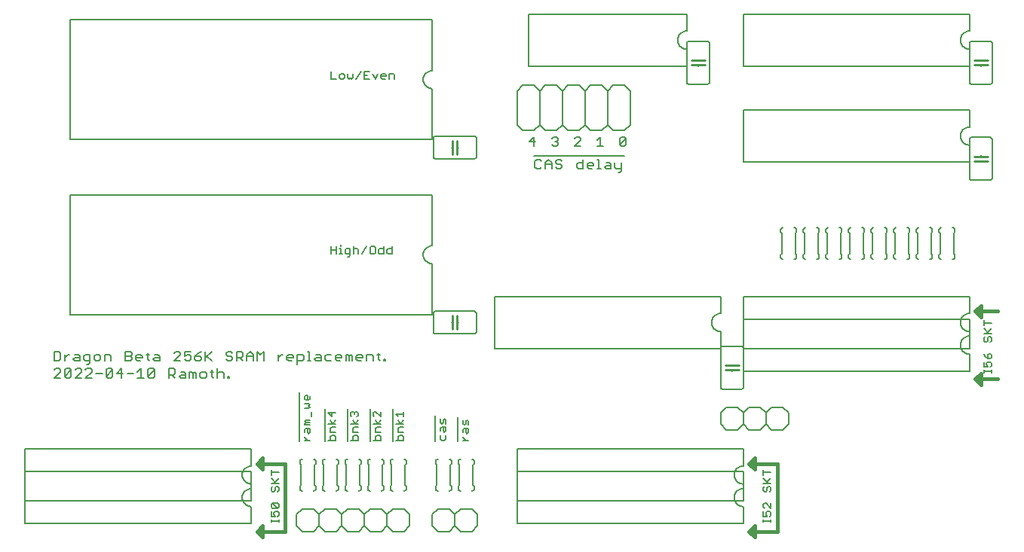
<source format=gto>
G75*
%MOIN*%
%OFA0B0*%
%FSLAX24Y24*%
%IPPOS*%
%LPD*%
%AMOC8*
5,1,8,0,0,1.08239X$1,22.5*
%
%ADD10C,0.0060*%
%ADD11C,0.0160*%
%ADD12C,0.0080*%
%ADD13C,0.0100*%
D10*
X000350Y001450D02*
X000350Y003750D01*
X010350Y003750D01*
X010350Y003000D01*
X010350Y003200D02*
X010350Y002450D01*
X000350Y002450D01*
X000350Y004750D01*
X010350Y004750D01*
X010350Y004000D01*
X010311Y003998D01*
X010272Y003992D01*
X010234Y003983D01*
X010197Y003970D01*
X010161Y003953D01*
X010128Y003933D01*
X010096Y003909D01*
X010067Y003883D01*
X010041Y003854D01*
X010017Y003822D01*
X009997Y003789D01*
X009980Y003753D01*
X009967Y003716D01*
X009958Y003678D01*
X009952Y003639D01*
X009950Y003600D01*
X009952Y003561D01*
X009958Y003522D01*
X009967Y003484D01*
X009980Y003447D01*
X009997Y003411D01*
X010017Y003378D01*
X010041Y003346D01*
X010067Y003317D01*
X010096Y003291D01*
X010128Y003267D01*
X010161Y003247D01*
X010197Y003230D01*
X010234Y003217D01*
X010272Y003208D01*
X010311Y003202D01*
X010350Y003200D01*
X010350Y003000D02*
X010311Y002998D01*
X010272Y002992D01*
X010234Y002983D01*
X010197Y002970D01*
X010161Y002953D01*
X010128Y002933D01*
X010096Y002909D01*
X010067Y002883D01*
X010041Y002854D01*
X010017Y002822D01*
X009997Y002789D01*
X009980Y002753D01*
X009967Y002716D01*
X009958Y002678D01*
X009952Y002639D01*
X009950Y002600D01*
X009952Y002561D01*
X009958Y002522D01*
X009967Y002484D01*
X009980Y002447D01*
X009997Y002411D01*
X010017Y002378D01*
X010041Y002346D01*
X010067Y002317D01*
X010096Y002291D01*
X010128Y002267D01*
X010161Y002247D01*
X010197Y002230D01*
X010234Y002217D01*
X010272Y002208D01*
X010311Y002202D01*
X010350Y002200D01*
X010350Y001450D01*
X000350Y001450D01*
X011230Y001505D02*
X011230Y001618D01*
X011230Y001562D02*
X011570Y001562D01*
X011570Y001618D02*
X011570Y001505D01*
X011513Y001751D02*
X011570Y001807D01*
X011570Y001921D01*
X011513Y001977D01*
X011400Y001977D01*
X011343Y001921D01*
X011343Y001864D01*
X011400Y001751D01*
X011230Y001751D01*
X011230Y001977D01*
X011286Y002119D02*
X011230Y002176D01*
X011230Y002289D01*
X011286Y002346D01*
X011513Y002119D01*
X011570Y002176D01*
X011570Y002289D01*
X011513Y002346D01*
X011286Y002346D01*
X011286Y002119D02*
X011513Y002119D01*
X012350Y001850D02*
X012600Y002100D01*
X013100Y002100D01*
X013350Y001850D01*
X013350Y001350D01*
X013100Y001100D01*
X012600Y001100D01*
X012350Y001350D01*
X012350Y001850D01*
X013350Y001850D02*
X013350Y001350D01*
X013600Y001100D01*
X014100Y001100D01*
X014350Y001350D01*
X014600Y001100D01*
X015100Y001100D01*
X015350Y001350D01*
X015350Y001850D01*
X015100Y002100D01*
X014600Y002100D01*
X014350Y001850D01*
X014350Y001350D01*
X014350Y001850D02*
X014100Y002100D01*
X013600Y002100D01*
X013350Y001850D01*
X015350Y001850D02*
X015600Y002100D01*
X016100Y002100D01*
X016350Y001850D01*
X016600Y002100D01*
X017100Y002100D01*
X017350Y001850D01*
X017350Y001350D01*
X017100Y001100D01*
X016600Y001100D01*
X016350Y001350D01*
X016100Y001100D01*
X015600Y001100D01*
X015350Y001350D01*
X016350Y001350D02*
X016350Y001850D01*
X018350Y001850D02*
X018350Y001350D01*
X018600Y001100D01*
X019100Y001100D01*
X019350Y001350D01*
X019350Y001850D01*
X019100Y002100D01*
X018600Y002100D01*
X018350Y001850D01*
X019350Y001850D02*
X019600Y002100D01*
X020100Y002100D01*
X020350Y001850D01*
X020350Y001350D01*
X020100Y001100D01*
X019600Y001100D01*
X019350Y001350D01*
X019200Y003000D02*
X019200Y003100D01*
X019150Y003150D01*
X019150Y004050D01*
X019200Y004100D01*
X019200Y004200D01*
X019198Y004217D01*
X019194Y004234D01*
X019187Y004250D01*
X019177Y004264D01*
X019164Y004277D01*
X019150Y004287D01*
X019134Y004294D01*
X019117Y004298D01*
X019100Y004300D01*
X019500Y004200D02*
X019500Y004100D01*
X019550Y004050D01*
X019550Y003150D01*
X019500Y003100D01*
X019500Y003000D01*
X019502Y002983D01*
X019506Y002966D01*
X019513Y002950D01*
X019523Y002936D01*
X019536Y002923D01*
X019550Y002913D01*
X019566Y002906D01*
X019583Y002902D01*
X019600Y002900D01*
X019200Y003000D02*
X019198Y002983D01*
X019194Y002966D01*
X019187Y002950D01*
X019177Y002936D01*
X019164Y002923D01*
X019150Y002913D01*
X019134Y002906D01*
X019117Y002902D01*
X019100Y002900D01*
X018600Y002900D02*
X018583Y002902D01*
X018566Y002906D01*
X018550Y002913D01*
X018536Y002923D01*
X018523Y002936D01*
X018513Y002950D01*
X018506Y002966D01*
X018502Y002983D01*
X018500Y003000D01*
X018500Y003100D01*
X018550Y003150D01*
X018550Y004050D01*
X018500Y004100D01*
X018500Y004200D01*
X018502Y004217D01*
X018506Y004234D01*
X018513Y004250D01*
X018523Y004264D01*
X018536Y004277D01*
X018550Y004287D01*
X018566Y004294D01*
X018583Y004298D01*
X018600Y004300D01*
X019500Y004200D02*
X019502Y004217D01*
X019506Y004234D01*
X019513Y004250D01*
X019523Y004264D01*
X019536Y004277D01*
X019550Y004287D01*
X019566Y004294D01*
X019583Y004298D01*
X019600Y004300D01*
X020100Y004300D02*
X020117Y004298D01*
X020134Y004294D01*
X020150Y004287D01*
X020164Y004277D01*
X020177Y004264D01*
X020187Y004250D01*
X020194Y004234D01*
X020198Y004217D01*
X020200Y004200D01*
X020200Y004100D01*
X020150Y004050D01*
X020150Y003150D01*
X020200Y003100D01*
X020200Y003000D01*
X020198Y002983D01*
X020194Y002966D01*
X020187Y002950D01*
X020177Y002936D01*
X020164Y002923D01*
X020150Y002913D01*
X020134Y002906D01*
X020117Y002902D01*
X020100Y002900D01*
X022100Y002450D02*
X022100Y004750D01*
X032100Y004750D01*
X032100Y004000D01*
X032100Y003750D02*
X032100Y003000D01*
X032100Y003200D02*
X032100Y002450D01*
X022100Y002450D01*
X022100Y001450D02*
X022100Y003750D01*
X032100Y003750D01*
X032100Y004000D02*
X032061Y003998D01*
X032022Y003992D01*
X031984Y003983D01*
X031947Y003970D01*
X031911Y003953D01*
X031878Y003933D01*
X031846Y003909D01*
X031817Y003883D01*
X031791Y003854D01*
X031767Y003822D01*
X031747Y003789D01*
X031730Y003753D01*
X031717Y003716D01*
X031708Y003678D01*
X031702Y003639D01*
X031700Y003600D01*
X031702Y003561D01*
X031708Y003522D01*
X031717Y003484D01*
X031730Y003447D01*
X031747Y003411D01*
X031767Y003378D01*
X031791Y003346D01*
X031817Y003317D01*
X031846Y003291D01*
X031878Y003267D01*
X031911Y003247D01*
X031947Y003230D01*
X031984Y003217D01*
X032022Y003208D01*
X032061Y003202D01*
X032100Y003200D01*
X032100Y003000D02*
X032061Y002998D01*
X032022Y002992D01*
X031984Y002983D01*
X031947Y002970D01*
X031911Y002953D01*
X031878Y002933D01*
X031846Y002909D01*
X031817Y002883D01*
X031791Y002854D01*
X031767Y002822D01*
X031747Y002789D01*
X031730Y002753D01*
X031717Y002716D01*
X031708Y002678D01*
X031702Y002639D01*
X031700Y002600D01*
X031702Y002561D01*
X031708Y002522D01*
X031717Y002484D01*
X031730Y002447D01*
X031747Y002411D01*
X031767Y002378D01*
X031791Y002346D01*
X031817Y002317D01*
X031846Y002291D01*
X031878Y002267D01*
X031911Y002247D01*
X031947Y002230D01*
X031984Y002217D01*
X032022Y002208D01*
X032061Y002202D01*
X032100Y002200D01*
X032100Y001450D01*
X022100Y001450D01*
X017200Y003000D02*
X017200Y003100D01*
X017150Y003150D01*
X017150Y004050D01*
X017200Y004100D01*
X017200Y004200D01*
X017198Y004217D01*
X017194Y004234D01*
X017187Y004250D01*
X017177Y004264D01*
X017164Y004277D01*
X017150Y004287D01*
X017134Y004294D01*
X017117Y004298D01*
X017100Y004300D01*
X016600Y004300D02*
X016583Y004298D01*
X016566Y004294D01*
X016550Y004287D01*
X016536Y004277D01*
X016523Y004264D01*
X016513Y004250D01*
X016506Y004234D01*
X016502Y004217D01*
X016500Y004200D01*
X016500Y004100D01*
X016550Y004050D01*
X016550Y003150D01*
X016500Y003100D01*
X016500Y003000D01*
X016502Y002983D01*
X016506Y002966D01*
X016513Y002950D01*
X016523Y002936D01*
X016536Y002923D01*
X016550Y002913D01*
X016566Y002906D01*
X016583Y002902D01*
X016600Y002900D01*
X016200Y003000D02*
X016200Y003100D01*
X016150Y003150D01*
X016150Y004050D01*
X016200Y004100D01*
X016200Y004200D01*
X016198Y004217D01*
X016194Y004234D01*
X016187Y004250D01*
X016177Y004264D01*
X016164Y004277D01*
X016150Y004287D01*
X016134Y004294D01*
X016117Y004298D01*
X016100Y004300D01*
X015600Y004300D02*
X015583Y004298D01*
X015566Y004294D01*
X015550Y004287D01*
X015536Y004277D01*
X015523Y004264D01*
X015513Y004250D01*
X015506Y004234D01*
X015502Y004217D01*
X015500Y004200D01*
X015500Y004100D01*
X015550Y004050D01*
X015550Y003150D01*
X015500Y003100D01*
X015500Y003000D01*
X015502Y002983D01*
X015506Y002966D01*
X015513Y002950D01*
X015523Y002936D01*
X015536Y002923D01*
X015550Y002913D01*
X015566Y002906D01*
X015583Y002902D01*
X015600Y002900D01*
X015200Y003000D02*
X015200Y003100D01*
X015150Y003150D01*
X015150Y004050D01*
X015200Y004100D01*
X015200Y004200D01*
X015198Y004217D01*
X015194Y004234D01*
X015187Y004250D01*
X015177Y004264D01*
X015164Y004277D01*
X015150Y004287D01*
X015134Y004294D01*
X015117Y004298D01*
X015100Y004300D01*
X014600Y004300D02*
X014583Y004298D01*
X014566Y004294D01*
X014550Y004287D01*
X014536Y004277D01*
X014523Y004264D01*
X014513Y004250D01*
X014506Y004234D01*
X014502Y004217D01*
X014500Y004200D01*
X014500Y004100D01*
X014550Y004050D01*
X014550Y003150D01*
X014500Y003100D01*
X014500Y003000D01*
X014502Y002983D01*
X014506Y002966D01*
X014513Y002950D01*
X014523Y002936D01*
X014536Y002923D01*
X014550Y002913D01*
X014566Y002906D01*
X014583Y002902D01*
X014600Y002900D01*
X014200Y003000D02*
X014200Y003100D01*
X014150Y003150D01*
X014150Y004050D01*
X014200Y004100D01*
X014200Y004200D01*
X014198Y004217D01*
X014194Y004234D01*
X014187Y004250D01*
X014177Y004264D01*
X014164Y004277D01*
X014150Y004287D01*
X014134Y004294D01*
X014117Y004298D01*
X014100Y004300D01*
X013600Y004300D02*
X013583Y004298D01*
X013566Y004294D01*
X013550Y004287D01*
X013536Y004277D01*
X013523Y004264D01*
X013513Y004250D01*
X013506Y004234D01*
X013502Y004217D01*
X013500Y004200D01*
X013500Y004100D01*
X013550Y004050D01*
X013550Y003150D01*
X013500Y003100D01*
X013500Y003000D01*
X013502Y002983D01*
X013506Y002966D01*
X013513Y002950D01*
X013523Y002936D01*
X013536Y002923D01*
X013550Y002913D01*
X013566Y002906D01*
X013583Y002902D01*
X013600Y002900D01*
X013200Y003000D02*
X013200Y003100D01*
X013150Y003150D01*
X013150Y004050D01*
X013200Y004100D01*
X013200Y004200D01*
X013198Y004217D01*
X013194Y004234D01*
X013187Y004250D01*
X013177Y004264D01*
X013164Y004277D01*
X013150Y004287D01*
X013134Y004294D01*
X013117Y004298D01*
X013100Y004300D01*
X012600Y004300D02*
X012583Y004298D01*
X012566Y004294D01*
X012550Y004287D01*
X012536Y004277D01*
X012523Y004264D01*
X012513Y004250D01*
X012506Y004234D01*
X012502Y004217D01*
X012500Y004200D01*
X012500Y004100D01*
X012550Y004050D01*
X012550Y003150D01*
X012500Y003100D01*
X012500Y003000D01*
X012502Y002983D01*
X012506Y002966D01*
X012513Y002950D01*
X012523Y002936D01*
X012536Y002923D01*
X012550Y002913D01*
X012566Y002906D01*
X012583Y002902D01*
X012600Y002900D01*
X013100Y002900D02*
X013117Y002902D01*
X013134Y002906D01*
X013150Y002913D01*
X013164Y002923D01*
X013177Y002936D01*
X013187Y002950D01*
X013194Y002966D01*
X013198Y002983D01*
X013200Y003000D01*
X014100Y002900D02*
X014117Y002902D01*
X014134Y002906D01*
X014150Y002913D01*
X014164Y002923D01*
X014177Y002936D01*
X014187Y002950D01*
X014194Y002966D01*
X014198Y002983D01*
X014200Y003000D01*
X015100Y002900D02*
X015117Y002902D01*
X015134Y002906D01*
X015150Y002913D01*
X015164Y002923D01*
X015177Y002936D01*
X015187Y002950D01*
X015194Y002966D01*
X015198Y002983D01*
X015200Y003000D01*
X016100Y002900D02*
X016117Y002902D01*
X016134Y002906D01*
X016150Y002913D01*
X016164Y002923D01*
X016177Y002936D01*
X016187Y002950D01*
X016194Y002966D01*
X016198Y002983D01*
X016200Y003000D01*
X017100Y002900D02*
X017117Y002902D01*
X017134Y002906D01*
X017150Y002913D01*
X017164Y002923D01*
X017177Y002936D01*
X017187Y002950D01*
X017194Y002966D01*
X017198Y002983D01*
X017200Y003000D01*
X017070Y005130D02*
X017070Y005300D01*
X017013Y005357D01*
X016900Y005357D01*
X016843Y005300D01*
X016843Y005130D01*
X016730Y005130D02*
X017070Y005130D01*
X016610Y005100D02*
X016610Y006512D01*
X016730Y006287D02*
X017070Y006287D01*
X017070Y006174D02*
X017070Y006400D01*
X016843Y006174D02*
X016730Y006287D01*
X016843Y006037D02*
X016957Y005867D01*
X017070Y006037D01*
X017070Y005867D02*
X016730Y005867D01*
X016900Y005725D02*
X017070Y005725D01*
X016900Y005725D02*
X016843Y005668D01*
X016843Y005498D01*
X017070Y005498D01*
X016070Y005498D02*
X015843Y005498D01*
X015843Y005668D01*
X015900Y005725D01*
X016070Y005725D01*
X016070Y005867D02*
X015730Y005867D01*
X015843Y006037D02*
X015957Y005867D01*
X016070Y006037D01*
X016070Y006174D02*
X015843Y006400D01*
X015786Y006400D01*
X015730Y006344D01*
X015730Y006230D01*
X015786Y006174D01*
X016070Y006174D02*
X016070Y006400D01*
X015610Y006512D02*
X015610Y005100D01*
X015730Y005130D02*
X016070Y005130D01*
X016070Y005300D01*
X016013Y005357D01*
X015900Y005357D01*
X015843Y005300D01*
X015843Y005130D01*
X015070Y005130D02*
X015070Y005300D01*
X015013Y005357D01*
X014900Y005357D01*
X014843Y005300D01*
X014843Y005130D01*
X014730Y005130D02*
X015070Y005130D01*
X014610Y005100D02*
X014610Y006512D01*
X014730Y006344D02*
X014786Y006400D01*
X014843Y006400D01*
X014900Y006344D01*
X014957Y006400D01*
X015013Y006400D01*
X015070Y006344D01*
X015070Y006230D01*
X015013Y006174D01*
X015070Y006037D02*
X014957Y005867D01*
X014843Y006037D01*
X014786Y006174D02*
X014730Y006230D01*
X014730Y006344D01*
X014900Y006344D02*
X014900Y006287D01*
X015070Y005867D02*
X014730Y005867D01*
X014900Y005725D02*
X015070Y005725D01*
X014900Y005725D02*
X014843Y005668D01*
X014843Y005498D01*
X015070Y005498D01*
X014070Y005498D02*
X013843Y005498D01*
X013843Y005668D01*
X013900Y005725D01*
X014070Y005725D01*
X014070Y005867D02*
X013730Y005867D01*
X013843Y006037D02*
X013957Y005867D01*
X014070Y006037D01*
X013900Y006174D02*
X013900Y006400D01*
X014070Y006344D02*
X013730Y006344D01*
X013900Y006174D01*
X013610Y006512D02*
X013610Y005100D01*
X013730Y005130D02*
X014070Y005130D01*
X014070Y005300D01*
X014013Y005357D01*
X013900Y005357D01*
X013843Y005300D01*
X013843Y005130D01*
X012945Y005130D02*
X012718Y005130D01*
X012718Y005243D02*
X012718Y005300D01*
X012718Y005243D02*
X012832Y005130D01*
X012485Y005100D02*
X012485Y007249D01*
X012718Y007080D02*
X012775Y007137D01*
X012832Y007137D01*
X012832Y006910D01*
X012888Y006910D02*
X012775Y006910D01*
X012718Y006967D01*
X012718Y007080D01*
X012945Y007080D02*
X012945Y006967D01*
X012888Y006910D01*
X012888Y006769D02*
X012718Y006769D01*
X012888Y006769D02*
X012945Y006712D01*
X012888Y006655D01*
X012945Y006599D01*
X012888Y006542D01*
X012718Y006542D01*
X013002Y006400D02*
X013002Y006174D01*
X012945Y006032D02*
X012775Y006032D01*
X012718Y005975D01*
X012775Y005919D01*
X012945Y005919D01*
X012945Y005805D02*
X012718Y005805D01*
X012718Y005862D01*
X012775Y005919D01*
X012775Y005664D02*
X012718Y005607D01*
X012718Y005494D01*
X012832Y005494D02*
X012832Y005664D01*
X012775Y005664D02*
X012945Y005664D01*
X012945Y005494D01*
X012888Y005437D01*
X012832Y005494D01*
X011230Y003819D02*
X011230Y003592D01*
X011230Y003706D02*
X011570Y003706D01*
X011570Y003451D02*
X011400Y003281D01*
X011457Y003224D02*
X011230Y003451D01*
X011230Y003224D02*
X011570Y003224D01*
X011513Y003082D02*
X011570Y003026D01*
X011570Y002912D01*
X011513Y002855D01*
X011400Y002912D02*
X011400Y003026D01*
X011457Y003082D01*
X011513Y003082D01*
X011400Y002912D02*
X011343Y002855D01*
X011286Y002855D01*
X011230Y002912D01*
X011230Y003026D01*
X011286Y003082D01*
X018485Y005100D02*
X018485Y006205D01*
X018718Y006093D02*
X018718Y005923D01*
X018775Y005867D01*
X018832Y005923D01*
X018832Y006037D01*
X018888Y006093D01*
X018945Y006037D01*
X018945Y005867D01*
X018945Y005725D02*
X018945Y005555D01*
X018888Y005498D01*
X018832Y005555D01*
X018832Y005725D01*
X018775Y005725D02*
X018945Y005725D01*
X018775Y005725D02*
X018718Y005668D01*
X018718Y005555D01*
X018718Y005357D02*
X018718Y005187D01*
X018775Y005130D01*
X018888Y005130D01*
X018945Y005187D01*
X018945Y005357D01*
X019485Y005100D02*
X019485Y006144D01*
X019718Y006032D02*
X019718Y005862D01*
X019775Y005805D01*
X019832Y005862D01*
X019832Y005975D01*
X019888Y006032D01*
X019945Y005975D01*
X019945Y005805D01*
X019945Y005664D02*
X019775Y005664D01*
X019718Y005607D01*
X019718Y005494D01*
X019832Y005494D02*
X019832Y005664D01*
X019945Y005664D02*
X019945Y005494D01*
X019888Y005437D01*
X019832Y005494D01*
X019718Y005300D02*
X019718Y005243D01*
X019832Y005130D01*
X019945Y005130D02*
X019718Y005130D01*
X021100Y009200D02*
X021100Y011500D01*
X031100Y011500D01*
X031100Y010750D01*
X031061Y010748D01*
X031022Y010742D01*
X030984Y010733D01*
X030947Y010720D01*
X030911Y010703D01*
X030878Y010683D01*
X030846Y010659D01*
X030817Y010633D01*
X030791Y010604D01*
X030767Y010572D01*
X030747Y010539D01*
X030730Y010503D01*
X030717Y010466D01*
X030708Y010428D01*
X030702Y010389D01*
X030700Y010350D01*
X030702Y010311D01*
X030708Y010272D01*
X030717Y010234D01*
X030730Y010197D01*
X030747Y010161D01*
X030767Y010128D01*
X030791Y010096D01*
X030817Y010067D01*
X030846Y010041D01*
X030878Y010017D01*
X030911Y009997D01*
X030947Y009980D01*
X030984Y009967D01*
X031022Y009958D01*
X031061Y009952D01*
X031100Y009950D01*
X031100Y009200D01*
X021100Y009200D01*
X020300Y009950D02*
X020300Y010750D01*
X020298Y010767D01*
X020294Y010784D01*
X020287Y010800D01*
X020277Y010814D01*
X020264Y010827D01*
X020250Y010837D01*
X020234Y010844D01*
X020217Y010848D01*
X020200Y010850D01*
X018500Y010850D01*
X018483Y010848D01*
X018466Y010844D01*
X018450Y010837D01*
X018436Y010827D01*
X018423Y010814D01*
X018413Y010800D01*
X018406Y010784D01*
X018402Y010767D01*
X018400Y010750D01*
X018400Y009950D01*
X018402Y009933D01*
X018406Y009916D01*
X018413Y009900D01*
X018423Y009886D01*
X018436Y009873D01*
X018450Y009863D01*
X018466Y009856D01*
X018483Y009852D01*
X018500Y009850D01*
X020200Y009850D01*
X020217Y009852D01*
X020234Y009856D01*
X020250Y009863D01*
X020264Y009873D01*
X020277Y009886D01*
X020287Y009900D01*
X020294Y009916D01*
X020298Y009933D01*
X020300Y009950D01*
X019500Y010350D02*
X019450Y010350D01*
X019250Y010350D02*
X019200Y010350D01*
X018350Y010700D02*
X018350Y012950D01*
X018311Y012952D01*
X018272Y012958D01*
X018234Y012967D01*
X018197Y012980D01*
X018161Y012997D01*
X018128Y013017D01*
X018096Y013041D01*
X018067Y013067D01*
X018041Y013096D01*
X018017Y013128D01*
X017997Y013161D01*
X017980Y013197D01*
X017967Y013234D01*
X017958Y013272D01*
X017952Y013311D01*
X017950Y013350D01*
X017952Y013389D01*
X017958Y013428D01*
X017967Y013466D01*
X017980Y013503D01*
X017997Y013539D01*
X018017Y013572D01*
X018041Y013604D01*
X018067Y013633D01*
X018096Y013659D01*
X018128Y013683D01*
X018161Y013703D01*
X018197Y013720D01*
X018234Y013733D01*
X018272Y013742D01*
X018311Y013748D01*
X018350Y013750D01*
X018350Y016000D01*
X002350Y016000D01*
X002350Y010700D01*
X018350Y010700D01*
X016562Y013380D02*
X016392Y013380D01*
X016335Y013437D01*
X016335Y013550D01*
X016392Y013607D01*
X016562Y013607D01*
X016562Y013720D02*
X016562Y013380D01*
X016194Y013380D02*
X016194Y013720D01*
X016194Y013607D02*
X016024Y013607D01*
X015967Y013550D01*
X015967Y013437D01*
X016024Y013380D01*
X016194Y013380D01*
X015826Y013437D02*
X015826Y013664D01*
X015769Y013720D01*
X015656Y013720D01*
X015599Y013664D01*
X015599Y013437D01*
X015656Y013380D01*
X015769Y013380D01*
X015826Y013437D01*
X015457Y013720D02*
X015230Y013380D01*
X015089Y013380D02*
X015089Y013550D01*
X015032Y013607D01*
X014919Y013607D01*
X014862Y013550D01*
X014721Y013607D02*
X014551Y013607D01*
X014494Y013550D01*
X014494Y013437D01*
X014551Y013380D01*
X014721Y013380D01*
X014721Y013323D02*
X014721Y013607D01*
X014862Y013720D02*
X014862Y013380D01*
X014721Y013323D02*
X014664Y013267D01*
X014607Y013267D01*
X014362Y013380D02*
X014248Y013380D01*
X014305Y013380D02*
X014305Y013607D01*
X014248Y013607D01*
X014305Y013720D02*
X014305Y013777D01*
X014107Y013720D02*
X014107Y013380D01*
X014107Y013550D02*
X013880Y013550D01*
X013880Y013380D02*
X013880Y013720D01*
X018400Y017700D02*
X018400Y018500D01*
X018350Y018450D02*
X018350Y020700D01*
X018311Y020702D01*
X018272Y020708D01*
X018234Y020717D01*
X018197Y020730D01*
X018161Y020747D01*
X018128Y020767D01*
X018096Y020791D01*
X018067Y020817D01*
X018041Y020846D01*
X018017Y020878D01*
X017997Y020911D01*
X017980Y020947D01*
X017967Y020984D01*
X017958Y021022D01*
X017952Y021061D01*
X017950Y021100D01*
X017952Y021139D01*
X017958Y021178D01*
X017967Y021216D01*
X017980Y021253D01*
X017997Y021289D01*
X018017Y021322D01*
X018041Y021354D01*
X018067Y021383D01*
X018096Y021409D01*
X018128Y021433D01*
X018161Y021453D01*
X018197Y021470D01*
X018234Y021483D01*
X018272Y021492D01*
X018311Y021498D01*
X018350Y021500D01*
X018350Y023750D01*
X002350Y023750D01*
X002350Y018450D01*
X018350Y018450D01*
X018400Y018500D02*
X018402Y018517D01*
X018406Y018534D01*
X018413Y018550D01*
X018423Y018564D01*
X018436Y018577D01*
X018450Y018587D01*
X018466Y018594D01*
X018483Y018598D01*
X018500Y018600D01*
X020200Y018600D01*
X020217Y018598D01*
X020234Y018594D01*
X020250Y018587D01*
X020264Y018577D01*
X020277Y018564D01*
X020287Y018550D01*
X020294Y018534D01*
X020298Y018517D01*
X020300Y018500D01*
X020300Y017700D01*
X020298Y017683D01*
X020294Y017666D01*
X020287Y017650D01*
X020277Y017636D01*
X020264Y017623D01*
X020250Y017613D01*
X020234Y017606D01*
X020217Y017602D01*
X020200Y017600D01*
X018500Y017600D01*
X018483Y017602D01*
X018466Y017606D01*
X018450Y017613D01*
X018436Y017623D01*
X018423Y017636D01*
X018413Y017650D01*
X018406Y017666D01*
X018402Y017683D01*
X018400Y017700D01*
X019200Y018100D02*
X019250Y018100D01*
X019450Y018100D02*
X019500Y018100D01*
X022100Y019100D02*
X022350Y018850D01*
X022850Y018850D01*
X023100Y019100D01*
X023100Y020600D01*
X022850Y020850D01*
X022350Y020850D01*
X022100Y020600D01*
X022100Y019100D01*
X023100Y019100D02*
X023350Y018850D01*
X023850Y018850D01*
X024100Y019100D01*
X024100Y020600D01*
X023850Y020850D01*
X023350Y020850D01*
X023100Y020600D01*
X024100Y020600D02*
X024350Y020850D01*
X024850Y020850D01*
X025100Y020600D01*
X025100Y019100D01*
X024850Y018850D01*
X024350Y018850D01*
X024100Y019100D01*
X025100Y019100D02*
X025350Y018850D01*
X025850Y018850D01*
X026100Y019100D01*
X026100Y020600D01*
X025850Y020850D01*
X025350Y020850D01*
X025100Y020600D01*
X026100Y020600D02*
X026350Y020850D01*
X026850Y020850D01*
X027100Y020600D01*
X027100Y019100D01*
X026850Y018850D01*
X026350Y018850D01*
X026100Y019100D01*
X029600Y021000D02*
X029600Y022700D01*
X029602Y022717D01*
X029606Y022734D01*
X029613Y022750D01*
X029623Y022764D01*
X029636Y022777D01*
X029650Y022787D01*
X029666Y022794D01*
X029683Y022798D01*
X029700Y022800D01*
X030500Y022800D01*
X030517Y022798D01*
X030534Y022794D01*
X030550Y022787D01*
X030564Y022777D01*
X030577Y022764D01*
X030587Y022750D01*
X030594Y022734D01*
X030598Y022717D01*
X030600Y022700D01*
X030600Y021000D01*
X030598Y020983D01*
X030594Y020966D01*
X030587Y020950D01*
X030577Y020936D01*
X030564Y020923D01*
X030550Y020913D01*
X030534Y020906D01*
X030517Y020902D01*
X030500Y020900D01*
X029700Y020900D01*
X029683Y020902D01*
X029666Y020906D01*
X029650Y020913D01*
X029636Y020923D01*
X029623Y020936D01*
X029613Y020950D01*
X029606Y020966D01*
X029602Y020983D01*
X029600Y021000D01*
X029600Y021700D02*
X029600Y022450D01*
X030100Y022000D02*
X030100Y021950D01*
X030100Y021750D02*
X030100Y021700D01*
X029600Y021700D02*
X022600Y021700D01*
X022600Y024000D01*
X029600Y024000D01*
X029600Y023250D01*
X029561Y023248D01*
X029522Y023242D01*
X029484Y023233D01*
X029447Y023220D01*
X029411Y023203D01*
X029378Y023183D01*
X029346Y023159D01*
X029317Y023133D01*
X029291Y023104D01*
X029267Y023072D01*
X029247Y023039D01*
X029230Y023003D01*
X029217Y022966D01*
X029208Y022928D01*
X029202Y022889D01*
X029200Y022850D01*
X029202Y022811D01*
X029208Y022772D01*
X029217Y022734D01*
X029230Y022697D01*
X029247Y022661D01*
X029267Y022628D01*
X029291Y022596D01*
X029317Y022567D01*
X029346Y022541D01*
X029378Y022517D01*
X029411Y022497D01*
X029447Y022480D01*
X029484Y022467D01*
X029522Y022458D01*
X029561Y022452D01*
X029600Y022450D01*
X032100Y021700D02*
X032100Y024000D01*
X042100Y024000D01*
X042100Y023250D01*
X042061Y023248D01*
X042022Y023242D01*
X041984Y023233D01*
X041947Y023220D01*
X041911Y023203D01*
X041878Y023183D01*
X041846Y023159D01*
X041817Y023133D01*
X041791Y023104D01*
X041767Y023072D01*
X041747Y023039D01*
X041730Y023003D01*
X041717Y022966D01*
X041708Y022928D01*
X041702Y022889D01*
X041700Y022850D01*
X041702Y022811D01*
X041708Y022772D01*
X041717Y022734D01*
X041730Y022697D01*
X041747Y022661D01*
X041767Y022628D01*
X041791Y022596D01*
X041817Y022567D01*
X041846Y022541D01*
X041878Y022517D01*
X041911Y022497D01*
X041947Y022480D01*
X041984Y022467D01*
X042022Y022458D01*
X042061Y022452D01*
X042100Y022450D01*
X042100Y021700D01*
X032100Y021700D01*
X032100Y019750D02*
X032100Y017450D01*
X042100Y017450D01*
X042100Y018200D01*
X042100Y018450D02*
X042100Y016750D01*
X042102Y016733D01*
X042106Y016716D01*
X042113Y016700D01*
X042123Y016686D01*
X042136Y016673D01*
X042150Y016663D01*
X042166Y016656D01*
X042183Y016652D01*
X042200Y016650D01*
X043000Y016650D01*
X043017Y016652D01*
X043034Y016656D01*
X043050Y016663D01*
X043064Y016673D01*
X043077Y016686D01*
X043087Y016700D01*
X043094Y016716D01*
X043098Y016733D01*
X043100Y016750D01*
X043100Y018450D01*
X043098Y018467D01*
X043094Y018484D01*
X043087Y018500D01*
X043077Y018514D01*
X043064Y018527D01*
X043050Y018537D01*
X043034Y018544D01*
X043017Y018548D01*
X043000Y018550D01*
X042200Y018550D01*
X042183Y018548D01*
X042166Y018544D01*
X042150Y018537D01*
X042136Y018527D01*
X042123Y018514D01*
X042113Y018500D01*
X042106Y018484D01*
X042102Y018467D01*
X042100Y018450D01*
X042100Y018200D02*
X042061Y018202D01*
X042022Y018208D01*
X041984Y018217D01*
X041947Y018230D01*
X041911Y018247D01*
X041878Y018267D01*
X041846Y018291D01*
X041817Y018317D01*
X041791Y018346D01*
X041767Y018378D01*
X041747Y018411D01*
X041730Y018447D01*
X041717Y018484D01*
X041708Y018522D01*
X041702Y018561D01*
X041700Y018600D01*
X041702Y018639D01*
X041708Y018678D01*
X041717Y018716D01*
X041730Y018753D01*
X041747Y018789D01*
X041767Y018822D01*
X041791Y018854D01*
X041817Y018883D01*
X041846Y018909D01*
X041878Y018933D01*
X041911Y018953D01*
X041947Y018970D01*
X041984Y018983D01*
X042022Y018992D01*
X042061Y018998D01*
X042100Y019000D01*
X042100Y019750D01*
X032100Y019750D01*
X033750Y014450D02*
X033750Y014350D01*
X033800Y014300D01*
X033800Y013400D01*
X033750Y013350D01*
X033750Y013250D01*
X033752Y013233D01*
X033756Y013216D01*
X033763Y013200D01*
X033773Y013186D01*
X033786Y013173D01*
X033800Y013163D01*
X033816Y013156D01*
X033833Y013152D01*
X033850Y013150D01*
X034350Y013150D02*
X034367Y013152D01*
X034384Y013156D01*
X034400Y013163D01*
X034414Y013173D01*
X034427Y013186D01*
X034437Y013200D01*
X034444Y013216D01*
X034448Y013233D01*
X034450Y013250D01*
X034450Y013350D01*
X034400Y013400D01*
X034400Y014300D01*
X034450Y014350D01*
X034450Y014450D01*
X034448Y014467D01*
X034444Y014484D01*
X034437Y014500D01*
X034427Y014514D01*
X034414Y014527D01*
X034400Y014537D01*
X034384Y014544D01*
X034367Y014548D01*
X034350Y014550D01*
X034750Y014450D02*
X034750Y014350D01*
X034800Y014300D01*
X034800Y013400D01*
X034750Y013350D01*
X034750Y013250D01*
X034752Y013233D01*
X034756Y013216D01*
X034763Y013200D01*
X034773Y013186D01*
X034786Y013173D01*
X034800Y013163D01*
X034816Y013156D01*
X034833Y013152D01*
X034850Y013150D01*
X035350Y013150D02*
X035367Y013152D01*
X035384Y013156D01*
X035400Y013163D01*
X035414Y013173D01*
X035427Y013186D01*
X035437Y013200D01*
X035444Y013216D01*
X035448Y013233D01*
X035450Y013250D01*
X035450Y013350D01*
X035400Y013400D01*
X035400Y014300D01*
X035450Y014350D01*
X035450Y014450D01*
X035448Y014467D01*
X035444Y014484D01*
X035437Y014500D01*
X035427Y014514D01*
X035414Y014527D01*
X035400Y014537D01*
X035384Y014544D01*
X035367Y014548D01*
X035350Y014550D01*
X035750Y014450D02*
X035750Y014350D01*
X035800Y014300D01*
X035800Y013400D01*
X035750Y013350D01*
X035750Y013250D01*
X035752Y013233D01*
X035756Y013216D01*
X035763Y013200D01*
X035773Y013186D01*
X035786Y013173D01*
X035800Y013163D01*
X035816Y013156D01*
X035833Y013152D01*
X035850Y013150D01*
X036350Y013150D02*
X036367Y013152D01*
X036384Y013156D01*
X036400Y013163D01*
X036414Y013173D01*
X036427Y013186D01*
X036437Y013200D01*
X036444Y013216D01*
X036448Y013233D01*
X036450Y013250D01*
X036450Y013350D01*
X036400Y013400D01*
X036400Y014300D01*
X036450Y014350D01*
X036450Y014450D01*
X036448Y014467D01*
X036444Y014484D01*
X036437Y014500D01*
X036427Y014514D01*
X036414Y014527D01*
X036400Y014537D01*
X036384Y014544D01*
X036367Y014548D01*
X036350Y014550D01*
X036750Y014450D02*
X036750Y014350D01*
X036800Y014300D01*
X036800Y013400D01*
X036750Y013350D01*
X036750Y013250D01*
X036752Y013233D01*
X036756Y013216D01*
X036763Y013200D01*
X036773Y013186D01*
X036786Y013173D01*
X036800Y013163D01*
X036816Y013156D01*
X036833Y013152D01*
X036850Y013150D01*
X037350Y013150D02*
X037367Y013152D01*
X037384Y013156D01*
X037400Y013163D01*
X037414Y013173D01*
X037427Y013186D01*
X037437Y013200D01*
X037444Y013216D01*
X037448Y013233D01*
X037450Y013250D01*
X037450Y013350D01*
X037400Y013400D01*
X037400Y014300D01*
X037450Y014350D01*
X037450Y014450D01*
X037448Y014467D01*
X037444Y014484D01*
X037437Y014500D01*
X037427Y014514D01*
X037414Y014527D01*
X037400Y014537D01*
X037384Y014544D01*
X037367Y014548D01*
X037350Y014550D01*
X037750Y014450D02*
X037750Y014350D01*
X037800Y014300D01*
X037800Y013400D01*
X037750Y013350D01*
X037750Y013250D01*
X037752Y013233D01*
X037756Y013216D01*
X037763Y013200D01*
X037773Y013186D01*
X037786Y013173D01*
X037800Y013163D01*
X037816Y013156D01*
X037833Y013152D01*
X037850Y013150D01*
X038350Y013150D02*
X038367Y013152D01*
X038384Y013156D01*
X038400Y013163D01*
X038414Y013173D01*
X038427Y013186D01*
X038437Y013200D01*
X038444Y013216D01*
X038448Y013233D01*
X038450Y013250D01*
X038450Y013350D01*
X038400Y013400D01*
X038400Y014300D01*
X038450Y014350D01*
X038450Y014450D01*
X038448Y014467D01*
X038444Y014484D01*
X038437Y014500D01*
X038427Y014514D01*
X038414Y014527D01*
X038400Y014537D01*
X038384Y014544D01*
X038367Y014548D01*
X038350Y014550D01*
X038750Y014450D02*
X038750Y014350D01*
X038800Y014300D01*
X038800Y013400D01*
X038750Y013350D01*
X038750Y013250D01*
X038752Y013233D01*
X038756Y013216D01*
X038763Y013200D01*
X038773Y013186D01*
X038786Y013173D01*
X038800Y013163D01*
X038816Y013156D01*
X038833Y013152D01*
X038850Y013150D01*
X039350Y013150D02*
X039367Y013152D01*
X039384Y013156D01*
X039400Y013163D01*
X039414Y013173D01*
X039427Y013186D01*
X039437Y013200D01*
X039444Y013216D01*
X039448Y013233D01*
X039450Y013250D01*
X039450Y013350D01*
X039400Y013400D01*
X039400Y014300D01*
X039450Y014350D01*
X039450Y014450D01*
X039448Y014467D01*
X039444Y014484D01*
X039437Y014500D01*
X039427Y014514D01*
X039414Y014527D01*
X039400Y014537D01*
X039384Y014544D01*
X039367Y014548D01*
X039350Y014550D01*
X039750Y014450D02*
X039750Y014350D01*
X039800Y014300D01*
X039800Y013400D01*
X039750Y013350D01*
X039750Y013250D01*
X039752Y013233D01*
X039756Y013216D01*
X039763Y013200D01*
X039773Y013186D01*
X039786Y013173D01*
X039800Y013163D01*
X039816Y013156D01*
X039833Y013152D01*
X039850Y013150D01*
X040350Y013150D02*
X040367Y013152D01*
X040384Y013156D01*
X040400Y013163D01*
X040414Y013173D01*
X040427Y013186D01*
X040437Y013200D01*
X040444Y013216D01*
X040448Y013233D01*
X040450Y013250D01*
X040450Y013350D01*
X040400Y013400D01*
X040400Y014300D01*
X040450Y014350D01*
X040450Y014450D01*
X040448Y014467D01*
X040444Y014484D01*
X040437Y014500D01*
X040427Y014514D01*
X040414Y014527D01*
X040400Y014537D01*
X040384Y014544D01*
X040367Y014548D01*
X040350Y014550D01*
X040750Y014450D02*
X040750Y014350D01*
X040800Y014300D01*
X040800Y013400D01*
X040750Y013350D01*
X040750Y013250D01*
X040752Y013233D01*
X040756Y013216D01*
X040763Y013200D01*
X040773Y013186D01*
X040786Y013173D01*
X040800Y013163D01*
X040816Y013156D01*
X040833Y013152D01*
X040850Y013150D01*
X041350Y013150D02*
X041367Y013152D01*
X041384Y013156D01*
X041400Y013163D01*
X041414Y013173D01*
X041427Y013186D01*
X041437Y013200D01*
X041444Y013216D01*
X041448Y013233D01*
X041450Y013250D01*
X041450Y013350D01*
X041400Y013400D01*
X041400Y014300D01*
X041450Y014350D01*
X041450Y014450D01*
X041448Y014467D01*
X041444Y014484D01*
X041437Y014500D01*
X041427Y014514D01*
X041414Y014527D01*
X041400Y014537D01*
X041384Y014544D01*
X041367Y014548D01*
X041350Y014550D01*
X040850Y014550D02*
X040833Y014548D01*
X040816Y014544D01*
X040800Y014537D01*
X040786Y014527D01*
X040773Y014514D01*
X040763Y014500D01*
X040756Y014484D01*
X040752Y014467D01*
X040750Y014450D01*
X039850Y014550D02*
X039833Y014548D01*
X039816Y014544D01*
X039800Y014537D01*
X039786Y014527D01*
X039773Y014514D01*
X039763Y014500D01*
X039756Y014484D01*
X039752Y014467D01*
X039750Y014450D01*
X038850Y014550D02*
X038833Y014548D01*
X038816Y014544D01*
X038800Y014537D01*
X038786Y014527D01*
X038773Y014514D01*
X038763Y014500D01*
X038756Y014484D01*
X038752Y014467D01*
X038750Y014450D01*
X037850Y014550D02*
X037833Y014548D01*
X037816Y014544D01*
X037800Y014537D01*
X037786Y014527D01*
X037773Y014514D01*
X037763Y014500D01*
X037756Y014484D01*
X037752Y014467D01*
X037750Y014450D01*
X036850Y014550D02*
X036833Y014548D01*
X036816Y014544D01*
X036800Y014537D01*
X036786Y014527D01*
X036773Y014514D01*
X036763Y014500D01*
X036756Y014484D01*
X036752Y014467D01*
X036750Y014450D01*
X035850Y014550D02*
X035833Y014548D01*
X035816Y014544D01*
X035800Y014537D01*
X035786Y014527D01*
X035773Y014514D01*
X035763Y014500D01*
X035756Y014484D01*
X035752Y014467D01*
X035750Y014450D01*
X034850Y014550D02*
X034833Y014548D01*
X034816Y014544D01*
X034800Y014537D01*
X034786Y014527D01*
X034773Y014514D01*
X034763Y014500D01*
X034756Y014484D01*
X034752Y014467D01*
X034750Y014450D01*
X033850Y014550D02*
X033833Y014548D01*
X033816Y014544D01*
X033800Y014537D01*
X033786Y014527D01*
X033773Y014514D01*
X033763Y014500D01*
X033756Y014484D01*
X033752Y014467D01*
X033750Y014450D01*
X032100Y011500D02*
X032100Y009200D01*
X032100Y007500D01*
X032098Y007483D01*
X032094Y007466D01*
X032087Y007450D01*
X032077Y007436D01*
X032064Y007423D01*
X032050Y007413D01*
X032034Y007406D01*
X032017Y007402D01*
X032000Y007400D01*
X031200Y007400D01*
X031183Y007402D01*
X031166Y007406D01*
X031150Y007413D01*
X031136Y007423D01*
X031123Y007436D01*
X031113Y007450D01*
X031106Y007466D01*
X031102Y007483D01*
X031100Y007500D01*
X031100Y009200D01*
X031102Y009217D01*
X031106Y009234D01*
X031113Y009250D01*
X031123Y009264D01*
X031136Y009277D01*
X031150Y009287D01*
X031166Y009294D01*
X031183Y009298D01*
X031200Y009300D01*
X032000Y009300D01*
X032017Y009298D01*
X032034Y009294D01*
X032050Y009287D01*
X032064Y009277D01*
X032077Y009264D01*
X032087Y009250D01*
X032094Y009234D01*
X032098Y009217D01*
X032100Y009200D01*
X042100Y009200D01*
X042100Y009950D01*
X042100Y009750D02*
X042100Y010500D01*
X032100Y010500D01*
X032100Y008200D01*
X042100Y008200D01*
X042100Y008950D01*
X042061Y008952D01*
X042022Y008958D01*
X041984Y008967D01*
X041947Y008980D01*
X041911Y008997D01*
X041878Y009017D01*
X041846Y009041D01*
X041817Y009067D01*
X041791Y009096D01*
X041767Y009128D01*
X041747Y009161D01*
X041730Y009197D01*
X041717Y009234D01*
X041708Y009272D01*
X041702Y009311D01*
X041700Y009350D01*
X041702Y009389D01*
X041708Y009428D01*
X041717Y009466D01*
X041730Y009503D01*
X041747Y009539D01*
X041767Y009572D01*
X041791Y009604D01*
X041817Y009633D01*
X041846Y009659D01*
X041878Y009683D01*
X041911Y009703D01*
X041947Y009720D01*
X041984Y009733D01*
X042022Y009742D01*
X042061Y009748D01*
X042100Y009750D01*
X042100Y009950D02*
X042061Y009952D01*
X042022Y009958D01*
X041984Y009967D01*
X041947Y009980D01*
X041911Y009997D01*
X041878Y010017D01*
X041846Y010041D01*
X041817Y010067D01*
X041791Y010096D01*
X041767Y010128D01*
X041747Y010161D01*
X041730Y010197D01*
X041717Y010234D01*
X041708Y010272D01*
X041702Y010311D01*
X041700Y010350D01*
X041702Y010389D01*
X041708Y010428D01*
X041717Y010466D01*
X041730Y010503D01*
X041747Y010539D01*
X041767Y010572D01*
X041791Y010604D01*
X041817Y010633D01*
X041846Y010659D01*
X041878Y010683D01*
X041911Y010703D01*
X041947Y010720D01*
X041984Y010733D01*
X042022Y010742D01*
X042061Y010748D01*
X042100Y010750D01*
X042100Y011500D01*
X032100Y011500D01*
X031600Y008500D02*
X031600Y008450D01*
X031600Y008250D02*
X031600Y008200D01*
X031350Y006600D02*
X031100Y006350D01*
X031100Y005850D01*
X031350Y005600D01*
X031850Y005600D01*
X032100Y005850D01*
X032350Y005600D01*
X032850Y005600D01*
X033100Y005850D01*
X033350Y005600D01*
X033850Y005600D01*
X034100Y005850D01*
X034100Y006350D01*
X033850Y006600D01*
X033350Y006600D01*
X033100Y006350D01*
X033100Y005850D01*
X033100Y006350D02*
X032850Y006600D01*
X032350Y006600D01*
X032100Y006350D01*
X032100Y005850D01*
X032100Y006350D02*
X031850Y006600D01*
X031350Y006600D01*
X032980Y003819D02*
X032980Y003592D01*
X032980Y003706D02*
X033320Y003706D01*
X033320Y003451D02*
X033150Y003281D01*
X033207Y003224D02*
X032980Y003451D01*
X032980Y003224D02*
X033320Y003224D01*
X033263Y003082D02*
X033320Y003026D01*
X033320Y002912D01*
X033263Y002855D01*
X033150Y002912D02*
X033150Y003026D01*
X033207Y003082D01*
X033263Y003082D01*
X033150Y002912D02*
X033093Y002855D01*
X033036Y002855D01*
X032980Y002912D01*
X032980Y003026D01*
X033036Y003082D01*
X033036Y002346D02*
X032980Y002289D01*
X032980Y002176D01*
X033036Y002119D01*
X032980Y001977D02*
X032980Y001751D01*
X033150Y001751D01*
X033093Y001864D01*
X033093Y001921D01*
X033150Y001977D01*
X033263Y001977D01*
X033320Y001921D01*
X033320Y001807D01*
X033263Y001751D01*
X033320Y001618D02*
X033320Y001505D01*
X033320Y001562D02*
X032980Y001562D01*
X032980Y001618D02*
X032980Y001505D01*
X033320Y002119D02*
X033093Y002346D01*
X033036Y002346D01*
X033320Y002346D02*
X033320Y002119D01*
X042730Y008130D02*
X042730Y008243D01*
X042730Y008187D02*
X043070Y008187D01*
X043070Y008243D02*
X043070Y008130D01*
X043013Y008376D02*
X043070Y008432D01*
X043070Y008546D01*
X043013Y008602D01*
X042900Y008602D01*
X042843Y008546D01*
X042843Y008489D01*
X042900Y008376D01*
X042730Y008376D01*
X042730Y008602D01*
X042900Y008744D02*
X042900Y008914D01*
X042957Y008971D01*
X043013Y008971D01*
X043070Y008914D01*
X043070Y008801D01*
X043013Y008744D01*
X042900Y008744D01*
X042786Y008857D01*
X042730Y008971D01*
X042786Y009480D02*
X042843Y009480D01*
X042900Y009537D01*
X042900Y009651D01*
X042957Y009707D01*
X043013Y009707D01*
X043070Y009651D01*
X043070Y009537D01*
X043013Y009480D01*
X042786Y009480D02*
X042730Y009537D01*
X042730Y009651D01*
X042786Y009707D01*
X042730Y009849D02*
X043070Y009849D01*
X042957Y009849D02*
X042730Y010076D01*
X042730Y010217D02*
X042730Y010444D01*
X042730Y010331D02*
X043070Y010331D01*
X043070Y010076D02*
X042900Y009906D01*
X042600Y017450D02*
X042600Y017500D01*
X042600Y017700D02*
X042600Y017750D01*
X042200Y020900D02*
X043000Y020900D01*
X043017Y020902D01*
X043034Y020906D01*
X043050Y020913D01*
X043064Y020923D01*
X043077Y020936D01*
X043087Y020950D01*
X043094Y020966D01*
X043098Y020983D01*
X043100Y021000D01*
X043100Y022700D01*
X043098Y022717D01*
X043094Y022734D01*
X043087Y022750D01*
X043077Y022764D01*
X043064Y022777D01*
X043050Y022787D01*
X043034Y022794D01*
X043017Y022798D01*
X043000Y022800D01*
X042200Y022800D01*
X042183Y022798D01*
X042166Y022794D01*
X042150Y022787D01*
X042136Y022777D01*
X042123Y022764D01*
X042113Y022750D01*
X042106Y022734D01*
X042102Y022717D01*
X042100Y022700D01*
X042100Y021000D01*
X042102Y020983D01*
X042106Y020966D01*
X042113Y020950D01*
X042123Y020936D01*
X042136Y020923D01*
X042150Y020913D01*
X042166Y020906D01*
X042183Y020902D01*
X042200Y020900D01*
X042600Y021700D02*
X042600Y021750D01*
X042600Y021950D02*
X042600Y022000D01*
X016685Y021300D02*
X016685Y021130D01*
X016685Y021300D02*
X016628Y021357D01*
X016458Y021357D01*
X016458Y021130D01*
X016317Y021243D02*
X016090Y021243D01*
X016090Y021187D02*
X016090Y021300D01*
X016147Y021357D01*
X016260Y021357D01*
X016317Y021300D01*
X016317Y021243D01*
X016260Y021130D02*
X016147Y021130D01*
X016090Y021187D01*
X015948Y021357D02*
X015835Y021130D01*
X015722Y021357D01*
X015580Y021470D02*
X015353Y021470D01*
X015353Y021130D01*
X015580Y021130D01*
X015467Y021300D02*
X015353Y021300D01*
X015212Y021470D02*
X014985Y021130D01*
X014843Y021187D02*
X014843Y021357D01*
X014843Y021187D02*
X014787Y021130D01*
X014730Y021187D01*
X014673Y021130D01*
X014617Y021187D01*
X014617Y021357D01*
X014475Y021300D02*
X014418Y021357D01*
X014305Y021357D01*
X014248Y021300D01*
X014248Y021187D01*
X014305Y021130D01*
X014418Y021130D01*
X014475Y021187D01*
X014475Y021300D01*
X014107Y021130D02*
X013880Y021130D01*
X013880Y021470D01*
D11*
X010850Y004350D02*
X010850Y003850D01*
X010600Y004100D01*
X011850Y004100D01*
X011850Y001100D01*
X010600Y001100D01*
X010850Y000850D01*
X010850Y001350D01*
X010600Y001100D01*
X010600Y004100D02*
X010850Y004350D01*
X032350Y004100D02*
X032600Y003850D01*
X032600Y004350D01*
X032350Y004100D01*
X033600Y004100D01*
X033600Y001100D01*
X032350Y001100D01*
X032600Y001350D01*
X032600Y000850D01*
X032350Y001100D01*
X042350Y007850D02*
X043350Y007850D01*
X042600Y007600D02*
X042350Y007850D01*
X042600Y008100D01*
X042600Y007600D01*
X042600Y010600D02*
X042350Y010850D01*
X043350Y010850D01*
X042600Y011100D02*
X042600Y010600D01*
X042350Y010850D02*
X042600Y011100D01*
D12*
X026840Y017720D02*
X022850Y017720D01*
X022960Y017560D02*
X022890Y017490D01*
X022890Y017210D01*
X022960Y017140D01*
X023100Y017140D01*
X023170Y017210D01*
X023350Y017140D02*
X023350Y017420D01*
X023491Y017560D01*
X023631Y017420D01*
X023631Y017140D01*
X023811Y017210D02*
X023881Y017140D01*
X024021Y017140D01*
X024091Y017210D01*
X024091Y017280D01*
X024021Y017350D01*
X023881Y017350D01*
X023811Y017420D01*
X023811Y017490D01*
X023881Y017560D01*
X024021Y017560D01*
X024091Y017490D01*
X023631Y017350D02*
X023350Y017350D01*
X023170Y017490D02*
X023100Y017560D01*
X022960Y017560D01*
X022850Y018140D02*
X022850Y018560D01*
X022640Y018350D01*
X022920Y018350D01*
X023640Y018210D02*
X023710Y018140D01*
X023850Y018140D01*
X023920Y018210D01*
X023920Y018280D01*
X023850Y018350D01*
X023780Y018350D01*
X023850Y018350D02*
X023920Y018420D01*
X023920Y018490D01*
X023850Y018560D01*
X023710Y018560D01*
X023640Y018490D01*
X024640Y018490D02*
X024710Y018560D01*
X024850Y018560D01*
X024920Y018490D01*
X024920Y018420D01*
X024640Y018140D01*
X024920Y018140D01*
X025640Y018140D02*
X025920Y018140D01*
X025780Y018140D02*
X025780Y018560D01*
X025640Y018420D01*
X026640Y018490D02*
X026640Y018210D01*
X026920Y018490D01*
X026920Y018210D01*
X026850Y018140D01*
X026710Y018140D01*
X026640Y018210D01*
X026640Y018490D02*
X026710Y018560D01*
X026850Y018560D01*
X026920Y018490D01*
X026700Y017420D02*
X026700Y017070D01*
X026630Y017000D01*
X026560Y017000D01*
X026490Y017140D02*
X026700Y017140D01*
X026490Y017140D02*
X026420Y017210D01*
X026420Y017420D01*
X026240Y017350D02*
X026240Y017140D01*
X026029Y017140D01*
X025959Y017210D01*
X026029Y017280D01*
X026240Y017280D01*
X026240Y017350D02*
X026169Y017420D01*
X026029Y017420D01*
X025722Y017560D02*
X025722Y017140D01*
X025652Y017140D02*
X025792Y017140D01*
X025472Y017280D02*
X025472Y017350D01*
X025402Y017420D01*
X025262Y017420D01*
X025192Y017350D01*
X025192Y017210D01*
X025262Y017140D01*
X025402Y017140D01*
X025472Y017280D02*
X025192Y017280D01*
X025012Y017140D02*
X025012Y017560D01*
X025012Y017420D02*
X024802Y017420D01*
X024732Y017350D01*
X024732Y017210D01*
X024802Y017140D01*
X025012Y017140D01*
X025652Y017560D02*
X025722Y017560D01*
X015982Y008990D02*
X015982Y008710D01*
X016052Y008640D01*
X016219Y008640D02*
X016289Y008640D01*
X016289Y008710D01*
X016219Y008710D01*
X016219Y008640D01*
X016052Y008920D02*
X015912Y008920D01*
X015732Y008850D02*
X015732Y008640D01*
X015732Y008850D02*
X015662Y008920D01*
X015452Y008920D01*
X015452Y008640D01*
X015272Y008780D02*
X014991Y008780D01*
X014991Y008710D02*
X014991Y008850D01*
X015061Y008920D01*
X015202Y008920D01*
X015272Y008850D01*
X015272Y008780D01*
X015202Y008640D02*
X015061Y008640D01*
X014991Y008710D01*
X014811Y008640D02*
X014811Y008850D01*
X014741Y008920D01*
X014671Y008850D01*
X014671Y008640D01*
X014531Y008640D02*
X014531Y008920D01*
X014601Y008920D01*
X014671Y008850D01*
X014351Y008850D02*
X014351Y008780D01*
X014071Y008780D01*
X014071Y008710D02*
X014071Y008850D01*
X014141Y008920D01*
X014281Y008920D01*
X014351Y008850D01*
X014281Y008640D02*
X014141Y008640D01*
X014071Y008710D01*
X013890Y008640D02*
X013680Y008640D01*
X013610Y008710D01*
X013610Y008850D01*
X013680Y008920D01*
X013890Y008920D01*
X013430Y008850D02*
X013430Y008640D01*
X013220Y008640D01*
X013150Y008710D01*
X013220Y008780D01*
X013430Y008780D01*
X013430Y008850D02*
X013360Y008920D01*
X013220Y008920D01*
X012913Y009060D02*
X012913Y008640D01*
X012843Y008640D02*
X012983Y008640D01*
X012663Y008710D02*
X012593Y008640D01*
X012382Y008640D01*
X012382Y008500D02*
X012382Y008920D01*
X012593Y008920D01*
X012663Y008850D01*
X012663Y008710D01*
X012843Y009060D02*
X012913Y009060D01*
X012202Y008850D02*
X012202Y008780D01*
X011922Y008780D01*
X011922Y008710D02*
X011922Y008850D01*
X011992Y008920D01*
X012132Y008920D01*
X012202Y008850D01*
X012132Y008640D02*
X011992Y008640D01*
X011922Y008710D01*
X011749Y008920D02*
X011679Y008920D01*
X011538Y008780D01*
X011538Y008640D02*
X011538Y008920D01*
X010898Y009060D02*
X010898Y008640D01*
X010618Y008640D02*
X010618Y009060D01*
X010758Y008920D01*
X010898Y009060D01*
X010437Y008920D02*
X010437Y008640D01*
X010437Y008850D02*
X010157Y008850D01*
X010157Y008920D02*
X010297Y009060D01*
X010437Y008920D01*
X010157Y008920D02*
X010157Y008640D01*
X009977Y008640D02*
X009837Y008780D01*
X009907Y008780D02*
X009697Y008780D01*
X009697Y008640D02*
X009697Y009060D01*
X009907Y009060D01*
X009977Y008990D01*
X009977Y008850D01*
X009907Y008780D01*
X009517Y008780D02*
X009517Y008710D01*
X009447Y008640D01*
X009307Y008640D01*
X009236Y008710D01*
X009307Y008850D02*
X009236Y008920D01*
X009236Y008990D01*
X009307Y009060D01*
X009447Y009060D01*
X009517Y008990D01*
X009447Y008850D02*
X009517Y008780D01*
X009447Y008850D02*
X009307Y008850D01*
X008853Y008310D02*
X008853Y007890D01*
X008686Y007890D02*
X008616Y007960D01*
X008616Y008240D01*
X008546Y008170D02*
X008686Y008170D01*
X008853Y008100D02*
X008923Y008170D01*
X009063Y008170D01*
X009133Y008100D01*
X009133Y007890D01*
X009313Y007890D02*
X009383Y007890D01*
X009383Y007960D01*
X009313Y007960D01*
X009313Y007890D01*
X008366Y007960D02*
X008366Y008100D01*
X008296Y008170D01*
X008156Y008170D01*
X008085Y008100D01*
X008085Y007960D01*
X008156Y007890D01*
X008296Y007890D01*
X008366Y007960D01*
X007905Y007890D02*
X007905Y008100D01*
X007835Y008170D01*
X007765Y008100D01*
X007765Y007890D01*
X007625Y007890D02*
X007625Y008170D01*
X007695Y008170D01*
X007765Y008100D01*
X007445Y008100D02*
X007375Y008170D01*
X007235Y008170D01*
X007235Y008030D02*
X007445Y008030D01*
X007445Y008100D02*
X007445Y007890D01*
X007235Y007890D01*
X007165Y007960D01*
X007235Y008030D01*
X006985Y008100D02*
X006985Y008240D01*
X006914Y008310D01*
X006704Y008310D01*
X006704Y007890D01*
X006704Y008030D02*
X006914Y008030D01*
X006985Y008100D01*
X006844Y008030D02*
X006985Y007890D01*
X006935Y008640D02*
X007215Y008920D01*
X007215Y008990D01*
X007145Y009060D01*
X007005Y009060D01*
X006935Y008990D01*
X007395Y009060D02*
X007395Y008850D01*
X007535Y008920D01*
X007605Y008920D01*
X007675Y008850D01*
X007675Y008710D01*
X007605Y008640D01*
X007465Y008640D01*
X007395Y008710D01*
X007215Y008640D02*
X006935Y008640D01*
X006294Y008640D02*
X006294Y008850D01*
X006224Y008920D01*
X006084Y008920D01*
X006084Y008780D02*
X006294Y008780D01*
X006294Y008640D02*
X006084Y008640D01*
X006014Y008710D01*
X006084Y008780D01*
X005847Y008640D02*
X005777Y008710D01*
X005777Y008990D01*
X005707Y008920D02*
X005847Y008920D01*
X005527Y008850D02*
X005527Y008780D01*
X005246Y008780D01*
X005246Y008710D02*
X005246Y008850D01*
X005316Y008920D01*
X005457Y008920D01*
X005527Y008850D01*
X005457Y008640D02*
X005316Y008640D01*
X005246Y008710D01*
X005066Y008710D02*
X004996Y008640D01*
X004786Y008640D01*
X004786Y009060D01*
X004996Y009060D01*
X005066Y008990D01*
X005066Y008920D01*
X004996Y008850D01*
X004786Y008850D01*
X004996Y008850D02*
X005066Y008780D01*
X005066Y008710D01*
X005463Y008310D02*
X005463Y007890D01*
X005323Y007890D02*
X005603Y007890D01*
X005784Y007960D02*
X006064Y008240D01*
X006064Y007960D01*
X005994Y007890D01*
X005854Y007890D01*
X005784Y007960D01*
X005784Y008240D01*
X005854Y008310D01*
X005994Y008310D01*
X006064Y008240D01*
X005463Y008310D02*
X005323Y008170D01*
X005143Y008100D02*
X004863Y008100D01*
X004683Y008100D02*
X004402Y008100D01*
X004613Y008310D01*
X004613Y007890D01*
X004222Y007960D02*
X004222Y008240D01*
X003942Y007960D01*
X004012Y007890D01*
X004152Y007890D01*
X004222Y007960D01*
X003942Y007960D02*
X003942Y008240D01*
X004012Y008310D01*
X004152Y008310D01*
X004222Y008240D01*
X004145Y008640D02*
X004145Y008850D01*
X004075Y008920D01*
X003865Y008920D01*
X003865Y008640D01*
X003685Y008710D02*
X003615Y008640D01*
X003475Y008640D01*
X003405Y008710D01*
X003405Y008850D01*
X003475Y008920D01*
X003615Y008920D01*
X003685Y008850D01*
X003685Y008710D01*
X003225Y008640D02*
X003015Y008640D01*
X002944Y008710D01*
X002944Y008850D01*
X003015Y008920D01*
X003225Y008920D01*
X003225Y008570D01*
X003155Y008500D01*
X003085Y008500D01*
X003091Y008310D02*
X003021Y008240D01*
X003091Y008310D02*
X003231Y008310D01*
X003301Y008240D01*
X003301Y008170D01*
X003021Y007890D01*
X003301Y007890D01*
X003482Y008100D02*
X003762Y008100D01*
X002841Y008170D02*
X002841Y008240D01*
X002771Y008310D01*
X002631Y008310D01*
X002561Y008240D01*
X002381Y008240D02*
X002100Y007960D01*
X002170Y007890D01*
X002311Y007890D01*
X002381Y007960D01*
X002381Y008240D01*
X002311Y008310D01*
X002170Y008310D01*
X002100Y008240D01*
X002100Y007960D01*
X001920Y007890D02*
X001640Y007890D01*
X001920Y008170D01*
X001920Y008240D01*
X001850Y008310D01*
X001710Y008310D01*
X001640Y008240D01*
X001640Y008640D02*
X001850Y008640D01*
X001920Y008710D01*
X001920Y008990D01*
X001850Y009060D01*
X001640Y009060D01*
X001640Y008640D01*
X002100Y008640D02*
X002100Y008920D01*
X002100Y008780D02*
X002241Y008920D01*
X002311Y008920D01*
X002554Y008920D02*
X002694Y008920D01*
X002764Y008850D01*
X002764Y008640D01*
X002554Y008640D01*
X002484Y008710D01*
X002554Y008780D01*
X002764Y008780D01*
X002841Y008170D02*
X002561Y007890D01*
X002841Y007890D01*
X007395Y009060D02*
X007675Y009060D01*
X007855Y008850D02*
X008065Y008850D01*
X008136Y008780D01*
X008136Y008710D01*
X008065Y008640D01*
X007925Y008640D01*
X007855Y008710D01*
X007855Y008850D01*
X007995Y008990D01*
X008136Y009060D01*
X008316Y009060D02*
X008316Y008640D01*
X008316Y008780D02*
X008596Y009060D01*
X008386Y008850D02*
X008596Y008640D01*
D13*
X019250Y010050D02*
X019250Y010350D01*
X019250Y010650D01*
X019450Y010650D02*
X019450Y010350D01*
X019450Y010050D01*
X031300Y008450D02*
X031600Y008450D01*
X031900Y008450D01*
X031900Y008250D02*
X031600Y008250D01*
X031300Y008250D01*
X042300Y017500D02*
X042600Y017500D01*
X042900Y017500D01*
X042900Y017700D02*
X042600Y017700D01*
X042300Y017700D01*
X042300Y021750D02*
X042600Y021750D01*
X042900Y021750D01*
X042900Y021950D02*
X042600Y021950D01*
X042300Y021950D01*
X030400Y021950D02*
X030100Y021950D01*
X029800Y021950D01*
X029800Y021750D02*
X030100Y021750D01*
X030400Y021750D01*
X019450Y018400D02*
X019450Y018100D01*
X019450Y017800D01*
X019250Y017800D02*
X019250Y018100D01*
X019250Y018400D01*
M02*

</source>
